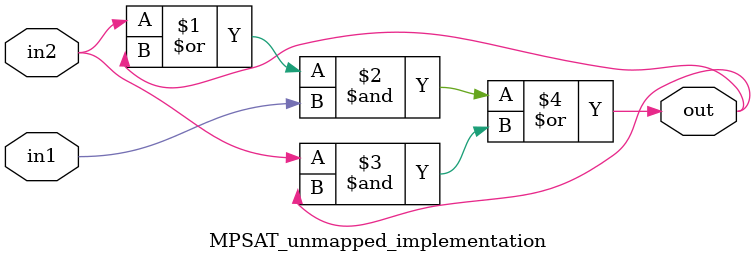
<source format=v>
module MPSAT_unmapped_implementation (out, in1, in2);
    output out;
    input in1;
    input in2;
    assign out =  (in2 | out) & in1 | in2 & out;
endmodule


</source>
